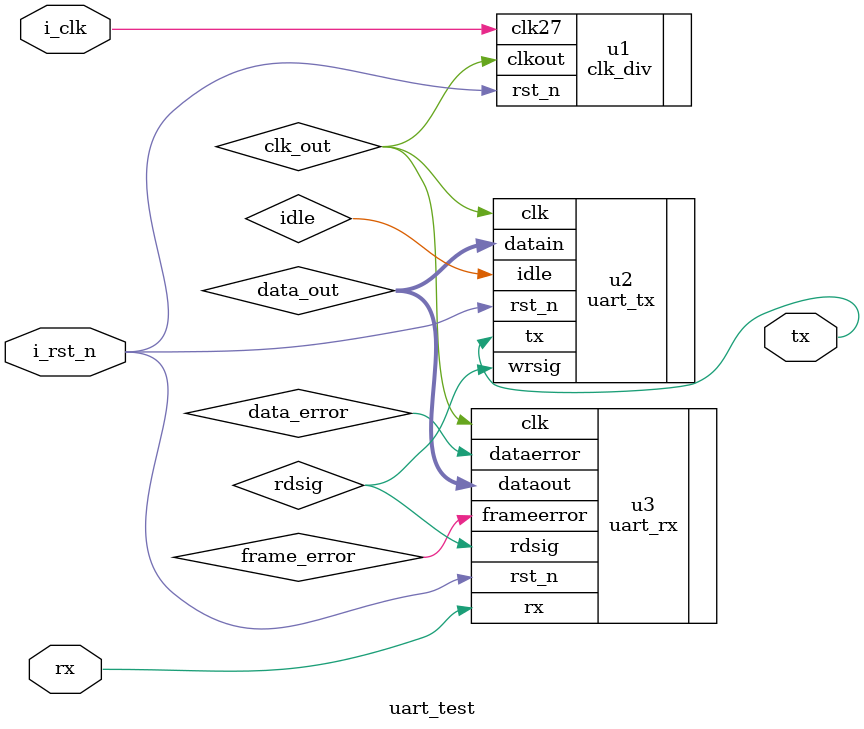
<source format=v>
module uart_test(
    i_clk,
    i_rst_n,
    rx,
    tx
    
    );
    
input   i_clk;
input   i_rst_n;
input   rx;
output  tx;
 
 
 
wire    clk_out;
wire    wrsig;
wire    idle;
wire    tx;
wire    rx;
wire    [7:0] data_in;
wire    [7:0] data_out;
wire    rdsig;
wire    data_error;
wire    frame_error;
 
clk_div u1(
    .clk27(i_clk), 
    .rst_n(i_rst_n), 
    .clkout(clk_out)
    );
       
uart_tx u2(
    .clk(clk_out), 
    .rst_n(i_rst_n), 
    .datain(data_out), 
    .wrsig(rdsig), 
    .idle(idle), 
    .tx(tx)
    );
       
uart_rx u3(
    .clk(clk_out), 
    .rst_n(i_rst_n), 
    .rx(rx), 
    .dataout(data_out), 
    .rdsig(rdsig), 
    .dataerror(data_error), 
    .frameerror(frame_error)
    );      
    
endmodule
</source>
